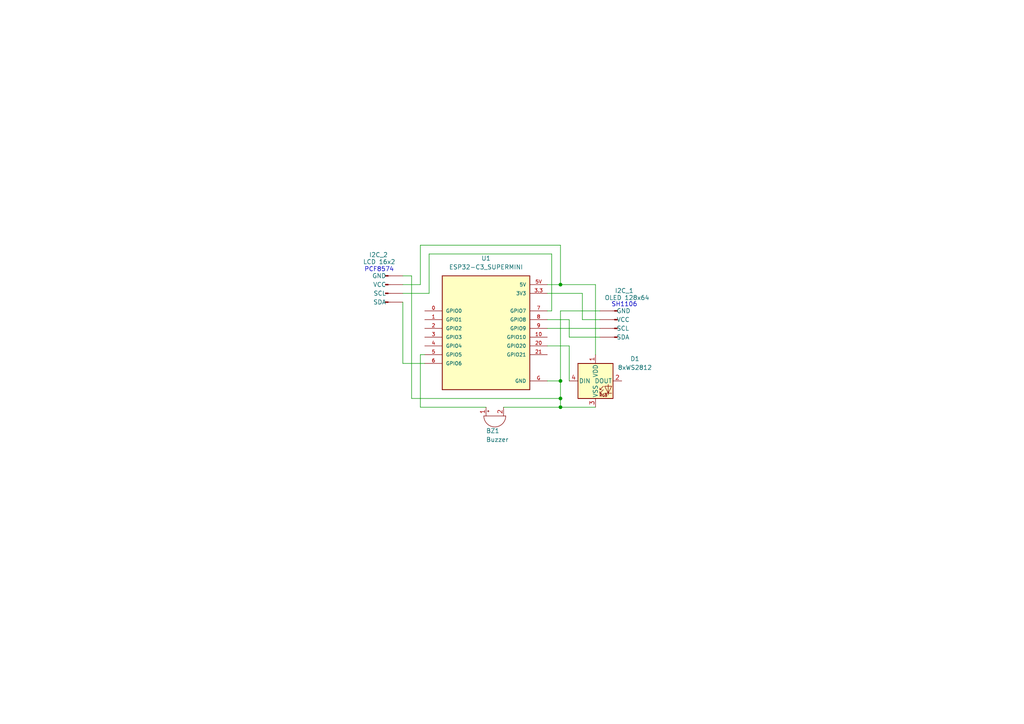
<source format=kicad_sch>
(kicad_sch (version 20250114) (generator "eeschema") (generator_version "9.0")
  (paper "A4")
  (title_block (title "Kit Ravel") (date "2026-02-20") (rev "1.0") (company "\\nZelbinium\\n(https://zelbinium.com)\\n\\n\\n\\n"))
  (lib_symbols
    (symbol "Conn_01x04_Pin_1" (pin_numbers (hide yes)) (pin_names (offset 1.016))
      (property "Reference" "I2C_1" (at 0.635 7.62 0))
      (property "Value" "OLED" (at 0.635 5.08 0))
      (symbol "Conn_01x04_Pin_1_1_1"
        (rectangle (start 0.8636 2.667) (end 0 2.413) (stroke (width 0.1524)) (fill (type outline)))
        (rectangle (start 0.8636 0.127) (end 0 -0.127) (stroke (width 0.1524)) (fill (type outline)))
        (rectangle (start 0.8636 -2.413) (end 0 -2.667) (stroke (width 0.1524)) (fill (type outline)))
        (rectangle (start 0.8636 -4.953) (end 0 -5.207) (stroke (width 0.1524)) (fill (type outline)))
        (polyline (pts (xy 1.27 2.54) (xy 0.8636 2.54)) (stroke (width 0.1524)))
        (polyline (pts (xy 1.27 0) (xy 0.8636 0)) (stroke (width 0.1524)))
        (polyline (pts (xy 1.27 -2.54) (xy 0.8636 -2.54)) (stroke (width 0.1524)))
        (polyline (pts (xy 1.27 -5.08) (xy 0.8636 -5.08)) (stroke (width 0.1524)))
        (pin passive line (at 5.08 2.54 180) (length 3.81) (name "GND") (number "1"))
        (pin passive line (at 5.08 0 180) (length 3.81) (name "VCC") (number "2"))
        (pin passive line (at 5.08 -2.54 180) (length 3.81) (name "SCL") (number "3"))
        (pin passive line (at 5.08 -5.08 180) (length 3.81) (name "SDA") (number "4"))
      )
    )
    (symbol "Device:Buzzer" (pin_names (offset 0.0254) (hide yes))
      (property "Reference" "BZ" (at 3.81 1.27 0))
      (property "Value" "Buzzer" (at 3.81 -1.27 0))
      (symbol "Buzzer_0_1"
        (polyline (pts (xy -1.651 1.905) (xy -1.143 1.905)))
        (polyline (pts (xy -1.397 2.159) (xy -1.397 1.651)))
        (arc (start 0 3.175) (mid 3.1612 0) (end 0 -3.175))
        (polyline (pts (xy 0 3.175) (xy 0 -3.175)))
      )
      (symbol "Buzzer_1_1"
        (pin passive line (at -2.54 2.54 0) (length 2.54) (name "+") (number "1"))
        (pin passive line (at -2.54 -2.54 0) (length 2.54) (name "-") (number "2"))
      )
    )
    (symbol "Espressif:ESP32-C3_SUPERMINI_TH" (pin_names (offset 1.016))
      (property "Reference" "U" (at -12.7 16.002 0))
      (property "Value" "ESP32-C3_SUPERMINI_TH" (at -12.7 -20.32 0))
      (symbol "ESP32-C3_SUPERMINI_TH_0_0"
        (rectangle (start -12.7 -17.78) (end 12.7 15.24) (stroke (width 0.254)) (fill (type background)))
        (pin bidirectional line (at -17.78 5.08 0) (length 5.08) (name "GPIO0") (number "0"))
        (pin bidirectional line (at -17.78 2.54 0) (length 5.08) (name "GPIO1") (number "1"))
        (pin bidirectional line (at -17.78 0 0) (length 5.08) (name "GPIO2") (number "2"))
        (pin bidirectional line (at -17.78 -2.54 0) (length 5.08) (name "GPIO3") (number "3"))
        (pin bidirectional line (at -17.78 -5.08 0) (length 5.08) (name "GPIO4") (number "4"))
        (pin bidirectional line (at -17.78 -7.62 0) (length 5.08) (name "GPIO5") (number "5"))
        (pin bidirectional line (at -17.78 -10.16 0) (length 5.08) (name "GPIO6") (number "6"))
        (pin power_in line (at 17.78 12.7 180) (length 5.08) (name "5V") (number "5V"))
        (pin power_in line (at 17.78 10.16 180) (length 5.08) (name "3V3") (number "3.3"))
        (pin bidirectional line (at 17.78 5.08 180) (length 5.08) (name "GPIO7") (number "7"))
        (pin bidirectional line (at 17.78 2.54 180) (length 5.08) (name "GPIO8") (number "8"))
        (pin bidirectional line (at 17.78 0 180) (length 5.08) (name "GPIO9") (number "9"))
        (pin bidirectional line (at 17.78 -2.54 180) (length 5.08) (name "GPIO10") (number "10"))
        (pin bidirectional line (at 17.78 -5.08 180) (length 5.08) (name "GPIO20") (number "20"))
        (pin bidirectional line (at 17.78 -7.62 180) (length 5.08) (name "GPIO21") (number "21"))
        (pin power_in line (at 17.78 -15.24 180) (length 5.08) (name "GND") (number "G"))
      )
    )
    (symbol "LED:WS2812B" (pin_names (offset 0.254))
      (property "Reference" "D" (at 5.08 5.715 0))
      (property "Value" "WS2812B" (at 1.27 -5.715 0))
      (symbol "WS2812B_0_0"
        (text "RGB" (at 2.286 -4.191 0) (effects (font (size 0.762 0.762))))
      )
      (symbol "WS2812B_0_1"
        (polyline (pts (xy 1.27 -2.54) (xy 1.778 -2.54)))
        (polyline (pts (xy 1.27 -3.556) (xy 1.778 -3.556)))
        (polyline (pts (xy 2.286 -1.524) (xy 1.27 -2.54) (xy 1.27 -2.032)))
        (polyline (pts (xy 2.286 -2.54) (xy 1.27 -3.556) (xy 1.27 -3.048)))
        (polyline (pts (xy 3.683 -1.016) (xy 3.683 -3.556) (xy 3.683 -4.064)))
        (polyline (pts (xy 4.699 -1.524) (xy 2.667 -1.524) (xy 3.683 -3.556) (xy 4.699 -1.524)))
        (polyline (pts (xy 4.699 -3.556) (xy 2.667 -3.556)))
        (rectangle (start 5.08 5.08) (end -5.08 -5.08) (stroke (width 0.254)) (fill (type background)))
      )
      (symbol "WS2812B_1_1"
        (pin input line (at -7.62 0 0) (length 2.54) (name "DIN") (number "4"))
        (pin power_in line (at 0 7.62 270) (length 2.54) (name "VDD") (number "1"))
        (pin power_in line (at 0 -7.62 90) (length 2.54) (name "VSS") (number "3"))
        (pin output line (at 7.62 0 180) (length 2.54) (name "DOUT") (number "2"))
      )
    )
  )
  (text "PCF8574" (at 109.982 78.232 0) (effects (font (size 1.27 1.27))))
  (text "SH1106" (at 181.102 88.392 0) (effects (font (size 1.27 1.27))))
  (junction (at 162.56 110.49))
  (junction (at 162.56 82.55))
  (junction (at 162.56 115.57))
  (junction (at 162.56 118.11))
  (wire (pts (xy 119.38 115.57) (xy 162.56 115.57)))
  (wire (pts (xy 168.91 92.71) (xy 168.91 85.09)))
  (wire (pts (xy 162.56 115.57) (xy 162.56 118.11)))
  (wire (pts (xy 121.92 71.12) (xy 162.56 71.12)))
  (wire (pts (xy 165.1 100.33) (xy 158.75 100.33)))
  (wire (pts (xy 173.99 97.79) (xy 165.1 97.79)))
  (wire (pts (xy 121.92 102.87) (xy 123.19 102.87)))
  (wire (pts (xy 165.1 92.71) (xy 158.75 92.71)))
  (wire (pts (xy 124.46 73.66) (xy 160.02 73.66)))
  (wire (pts (xy 116.84 80.01) (xy 119.38 80.01)))
  (wire (pts (xy 160.02 73.66) (xy 160.02 90.17)))
  (wire (pts (xy 116.84 85.09) (xy 124.46 85.09)))
  (wire (pts (xy 158.75 82.55) (xy 162.56 82.55)))
  (wire (pts (xy 121.92 118.11) (xy 121.92 102.87)))
  (wire (pts (xy 168.91 85.09) (xy 158.75 85.09)))
  (wire (pts (xy 172.72 82.55) (xy 172.72 102.87)))
  (wire (pts (xy 121.92 82.55) (xy 121.92 71.12)))
  (wire (pts (xy 116.84 87.63) (xy 116.84 105.41)))
  (wire (pts (xy 162.56 110.49) (xy 162.56 115.57)))
  (wire (pts (xy 124.46 85.09) (xy 124.46 73.66)))
  (wire (pts (xy 165.1 110.49) (xy 165.1 100.33)))
  (wire (pts (xy 173.99 90.17) (xy 162.56 90.17)))
  (wire (pts (xy 116.84 82.55) (xy 121.92 82.55)))
  (wire (pts (xy 173.99 92.71) (xy 168.91 92.71)))
  (wire (pts (xy 162.56 118.11) (xy 146.05 118.11)))
  (wire (pts (xy 162.56 71.12) (xy 162.56 82.55)))
  (wire (pts (xy 162.56 90.17) (xy 162.56 110.49)))
  (wire (pts (xy 160.02 90.17) (xy 158.75 90.17)))
  (wire (pts (xy 116.84 105.41) (xy 123.19 105.41)))
  (wire (pts (xy 162.56 110.49) (xy 158.75 110.49)))
  (wire (pts (xy 140.97 118.11) (xy 121.92 118.11)))
  (wire (pts (xy 165.1 97.79) (xy 165.1 92.71)))
  (wire (pts (xy 162.56 82.55) (xy 172.72 82.55)))
  (wire (pts (xy 162.56 118.11) (xy 172.72 118.11)))
  (wire (pts (xy 119.38 80.01) (xy 119.38 115.57)))
  (wire (pts (xy 158.75 95.25) (xy 173.99 95.25)))
  (symbol (lib_id "Espressif:ESP32-C3_SUPERMINI_TH") (at 140.97 95.25 0) (unit 1)
    (property "Reference" "U1" (at 140.97 74.93 0))
    (property "Value" "ESP32-C3_SUPERMINI" (at 140.97 77.47 0))
    (property "Footprint" "ESP32-C3_SUPERMINI_TH:MODULE_ESP32-C3_SUPERMINI_TH" (effects (hide yes)))
    (property "MF" "Espressif Systems" (effects (hide yes)))
    (property "Description_1" "Super tiny ESP32-C3 board" (effects (hide yes)))
    (property "CREATOR" "DIZAR" (effects (hide yes)))
    (property "Price" "None" (effects (hide yes)))
    (property "Package" "Package" (effects (hide yes)))
    (property "Check_prices" "https://www.snapeda.com/parts/ESP32-C3%20SuperMini_TH/Espressif+Systems/view-part/?ref=eda" (effects (hide yes)))
    (property "STANDARD" "IPC-7351B" (effects (hide yes)))
    (property "SnapEDA_Link" "https://www.snapeda.com/parts/ESP32-C3%20SuperMini_TH/Espressif+Systems/view-part/?ref=snap" (effects (hide yes)))
    (property "MP" "ESP32-C3 SuperMini_TH" (effects (hide yes)))
    (property "Availability" "Not in stock" (effects (hide yes)))
    (property "MANUFACTURER" "Espressif Systems" (effects (hide yes)))
  )
  (symbol (lib_id "Device:Buzzer") (at 143.51 120.65 90) (mirror x) (unit 1)
    (property "Reference" "BZ1" (at 140.97 124.968 90) (effects (justify right)))
    (property "Value" "Buzzer" (at 140.97 127.508 90) (effects (justify right)))
    (property "Description" "Buzzer, polarized" (effects (hide yes)))
  )
  (symbol (lib_name "Conn_01x04_Pin_1") (lib_id "Connector:Conn_01x04_Pin") (at 179.07 92.71 0) (mirror y) (unit 1)
    (property "Reference" "I2C_1" (at 178.308 84.328 0) (effects (justify right)))
    (property "Value" "OLED 128x64" (at 181.864 86.36 0))
    (property "Description" "Generic connector, single row, 01x04, script generated" (effects (hide yes)))
  )
  (symbol (lib_name "Conn_01x04_Pin_1") (lib_id "Connector:Conn_01x04_Pin") (at 111.76 82.55 0) (unit 1)
    (property "Reference" "I2C_2" (at 112.522 73.914 0) (effects (justify right)))
    (property "Value" "LCD 16x2" (at 109.982 75.946 0))
    (property "Description" "Generic connector, single row, 01x04, script generated" (effects (hide yes)))
  )
  (symbol (lib_id "LED:WS2812B") (at 172.72 110.49 0) (unit 1)
    (property "Reference" "D1" (at 184.15 104.0698 0))
    (property "Value" "8xWS2812" (at 184.15 106.6098 0))
    (property "Footprint" "LED_SMD:LED_WS2812B_PLCC4_5.0x5.0mm_P3.2mm" (effects (hide yes)))
    (property "Datasheet" "https://cdn-shop.adafruit.com/datasheets/WS2812B.pdf" (effects (hide yes)))
    (property "Description" "RGB LED with integrated controller" (effects (hide yes)))
  )
)
</source>
